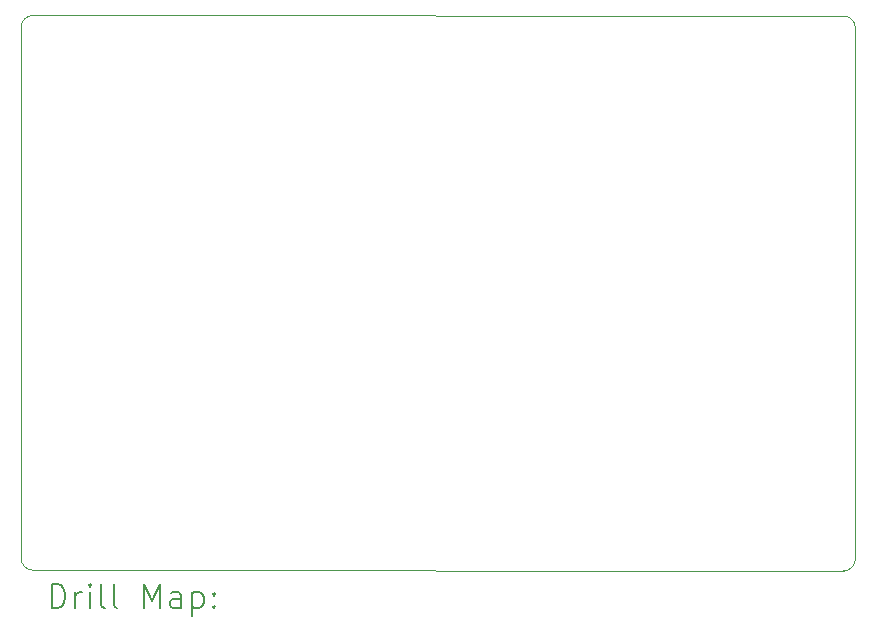
<source format=gbr>
%TF.GenerationSoftware,KiCad,Pcbnew,8.0.7*%
%TF.CreationDate,2025-03-12T19:14:53-04:00*%
%TF.ProjectId,small_hbridge,736d616c-6c5f-4686-9272-696467652e6b,rev?*%
%TF.SameCoordinates,Original*%
%TF.FileFunction,Drillmap*%
%TF.FilePolarity,Positive*%
%FSLAX45Y45*%
G04 Gerber Fmt 4.5, Leading zero omitted, Abs format (unit mm)*
G04 Created by KiCad (PCBNEW 8.0.7) date 2025-03-12 19:14:53*
%MOMM*%
%LPD*%
G01*
G04 APERTURE LIST*
%ADD10C,0.050000*%
%ADD11C,0.200000*%
G04 APERTURE END LIST*
D10*
X14540000Y-6307571D02*
G75*
G02*
X14640071Y-6207570I100000J1D01*
G01*
X21502571Y-6212429D02*
G75*
G02*
X21602501Y-6312429I-71J-100001D01*
G01*
X14640071Y-6207571D02*
X21502571Y-6212429D01*
X21602500Y-6312429D02*
X21602500Y-10809929D01*
X14540000Y-10805071D02*
X14540000Y-6307571D01*
X21602500Y-10809929D02*
G75*
G02*
X21502429Y-10909930I-100000J-1D01*
G01*
X21502429Y-10909929D02*
X14639929Y-10905071D01*
X14639929Y-10905071D02*
G75*
G02*
X14539999Y-10805071I71J100001D01*
G01*
D11*
X14798277Y-11223914D02*
X14798277Y-11023914D01*
X14798277Y-11023914D02*
X14845896Y-11023914D01*
X14845896Y-11023914D02*
X14874467Y-11033438D01*
X14874467Y-11033438D02*
X14893515Y-11052485D01*
X14893515Y-11052485D02*
X14903039Y-11071533D01*
X14903039Y-11071533D02*
X14912562Y-11109628D01*
X14912562Y-11109628D02*
X14912562Y-11138200D01*
X14912562Y-11138200D02*
X14903039Y-11176295D01*
X14903039Y-11176295D02*
X14893515Y-11195342D01*
X14893515Y-11195342D02*
X14874467Y-11214390D01*
X14874467Y-11214390D02*
X14845896Y-11223914D01*
X14845896Y-11223914D02*
X14798277Y-11223914D01*
X14998277Y-11223914D02*
X14998277Y-11090580D01*
X14998277Y-11128676D02*
X15007801Y-11109628D01*
X15007801Y-11109628D02*
X15017324Y-11100104D01*
X15017324Y-11100104D02*
X15036372Y-11090580D01*
X15036372Y-11090580D02*
X15055420Y-11090580D01*
X15122086Y-11223914D02*
X15122086Y-11090580D01*
X15122086Y-11023914D02*
X15112562Y-11033438D01*
X15112562Y-11033438D02*
X15122086Y-11042961D01*
X15122086Y-11042961D02*
X15131610Y-11033438D01*
X15131610Y-11033438D02*
X15122086Y-11023914D01*
X15122086Y-11023914D02*
X15122086Y-11042961D01*
X15245896Y-11223914D02*
X15226848Y-11214390D01*
X15226848Y-11214390D02*
X15217324Y-11195342D01*
X15217324Y-11195342D02*
X15217324Y-11023914D01*
X15350658Y-11223914D02*
X15331610Y-11214390D01*
X15331610Y-11214390D02*
X15322086Y-11195342D01*
X15322086Y-11195342D02*
X15322086Y-11023914D01*
X15579229Y-11223914D02*
X15579229Y-11023914D01*
X15579229Y-11023914D02*
X15645896Y-11166771D01*
X15645896Y-11166771D02*
X15712562Y-11023914D01*
X15712562Y-11023914D02*
X15712562Y-11223914D01*
X15893515Y-11223914D02*
X15893515Y-11119152D01*
X15893515Y-11119152D02*
X15883991Y-11100104D01*
X15883991Y-11100104D02*
X15864943Y-11090580D01*
X15864943Y-11090580D02*
X15826848Y-11090580D01*
X15826848Y-11090580D02*
X15807801Y-11100104D01*
X15893515Y-11214390D02*
X15874467Y-11223914D01*
X15874467Y-11223914D02*
X15826848Y-11223914D01*
X15826848Y-11223914D02*
X15807801Y-11214390D01*
X15807801Y-11214390D02*
X15798277Y-11195342D01*
X15798277Y-11195342D02*
X15798277Y-11176295D01*
X15798277Y-11176295D02*
X15807801Y-11157247D01*
X15807801Y-11157247D02*
X15826848Y-11147723D01*
X15826848Y-11147723D02*
X15874467Y-11147723D01*
X15874467Y-11147723D02*
X15893515Y-11138200D01*
X15988753Y-11090580D02*
X15988753Y-11290580D01*
X15988753Y-11100104D02*
X16007801Y-11090580D01*
X16007801Y-11090580D02*
X16045896Y-11090580D01*
X16045896Y-11090580D02*
X16064943Y-11100104D01*
X16064943Y-11100104D02*
X16074467Y-11109628D01*
X16074467Y-11109628D02*
X16083991Y-11128676D01*
X16083991Y-11128676D02*
X16083991Y-11185818D01*
X16083991Y-11185818D02*
X16074467Y-11204866D01*
X16074467Y-11204866D02*
X16064943Y-11214390D01*
X16064943Y-11214390D02*
X16045896Y-11223914D01*
X16045896Y-11223914D02*
X16007801Y-11223914D01*
X16007801Y-11223914D02*
X15988753Y-11214390D01*
X16169705Y-11204866D02*
X16179229Y-11214390D01*
X16179229Y-11214390D02*
X16169705Y-11223914D01*
X16169705Y-11223914D02*
X16160182Y-11214390D01*
X16160182Y-11214390D02*
X16169705Y-11204866D01*
X16169705Y-11204866D02*
X16169705Y-11223914D01*
X16169705Y-11100104D02*
X16179229Y-11109628D01*
X16179229Y-11109628D02*
X16169705Y-11119152D01*
X16169705Y-11119152D02*
X16160182Y-11109628D01*
X16160182Y-11109628D02*
X16169705Y-11100104D01*
X16169705Y-11100104D02*
X16169705Y-11119152D01*
M02*

</source>
